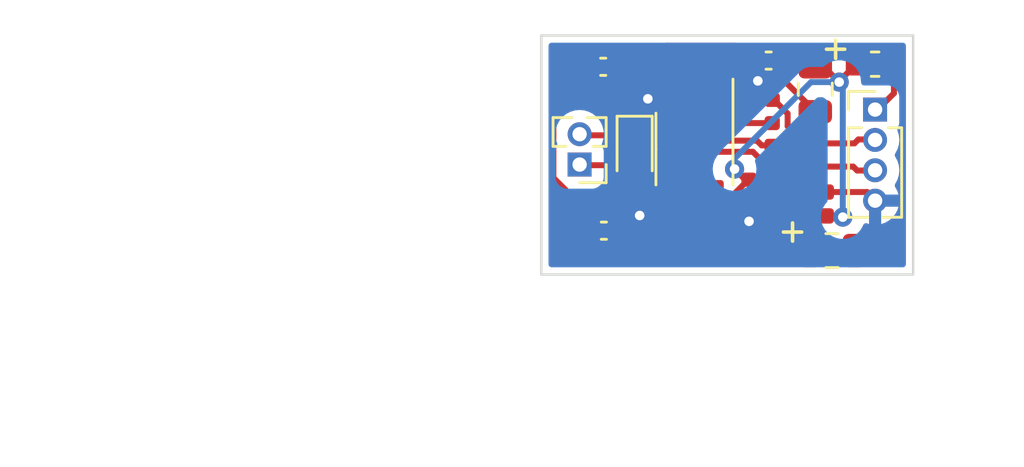
<source format=kicad_pcb>
(kicad_pcb (version 20240108) (generator "pcbnew") (generator_version "8.0")
  (title_block (comment 4 "AISLER Project ID: PYEEFINI"))
  (layers (0 "F.Cu" signal) (31 "B.Cu" signal) (34 "B.Paste" user) (35 "F.Paste" user) (36 "B.SilkS" user "B.Silkscreen") (37 "F.SilkS" user "F.Silkscreen") (38 "B.Mask" user) (39 "F.Mask" user) (44 "Edge.Cuts" user))
  (net 0 "")
  (net 1 "GND")
  (net 2 "Net-(U1A--)")
  (net 3 "VC")
  (net 4 "VCOM")
  (net 5 "Net-(C2-Pad2)")
  (net 6 "Net-(U1B--)")
  (net 7 "Net-(C5-Pad1)")
  (net 8 "+3V3")
  (net 9 "Net-(J2-Pin_2)")
  (net 10 "Net-(J2-Pin_3)")
  (net 11 "Net-(D1-A1)")
  (net 12 "Net-(D1-A2)")
  (footprint "Capacitor_SMD:C_0805_2012Metric" (layer "F.Cu") (at 119.8 79.7)
    (property "Reference" "C1" (hide yes))
    (property "Value" "47u" (hide yes))
    (fp_line (start -0.258578 -0.71) (end 0.258578 -0.71) (stroke (width 0.12)) (layer "F.SilkS"))
    (fp_line (start -0.258578 0.71) (end 0.258578 0.71) (stroke (width 0.12)) (layer "F.SilkS"))
    (pad "1" smd roundrect (at -0.9375 0) (size 0.975 1.4) (layers "F.Cu" "F.Paste" "F.Mask") (net 4 "VCOM"))
    (pad "2" smd roundrect (at 0.9375 0) (size 0.975 1.4) (layers "F.Cu" "F.Paste" "F.Mask") (net 1 "GND"))
  )
  (footprint "Capacitor_SMD:C_0402_1005Metric" (layer "F.Cu") (at 114.85 71.775)
    (property "Reference" "C2" (hide yes))
    (property "Value" "15p" (hide yes))
    (pad "1" smd roundrect (at -0.485 0) (size 0.59 0.64) (layers "F.Cu" "F.Paste" "F.Mask") (net 2 "Net-(U1A--)"))
    (pad "2" smd roundrect (at 0.485 0) (size 0.59 0.64) (layers "F.Cu" "F.Paste" "F.Mask") (net 5 "Net-(C2-Pad2)"))
  )
  (footprint "Capacitor_SMD:C_0805_2012Metric" (layer "F.Cu") (at 119.1 72.95 -90)
    (property "Reference" "C3" (hide yes))
    (property "Value" "47u" (hide yes))
    (fp_line (start -0.258578 0.71) (end 0.258578 0.71) (stroke (width 0.12)) (layer "F.SilkS"))
    (fp_line (start -0.258578 -0.71) (end 0.258578 -0.71) (stroke (width 0.12)) (layer "F.SilkS"))
    (pad "1" smd roundrect (at -0.9375 0 270) (size 0.975 1.4) (layers "F.Cu" "F.Paste" "F.Mask") (net 3 "VC"))
    (pad "2" smd roundrect (at 0.9375 0 270) (size 0.975 1.4) (layers "F.Cu" "F.Paste" "F.Mask") (net 1 "GND"))
  )
  (footprint "Capacitor_SMD:C_0402_1005Metric" (layer "F.Cu") (at 116.332 77.216 -90)
    (property "Reference" "C4" (hide yes))
    (property "Value" "0.1u" (hide yes))
    (pad "1" smd roundrect (at -0.485 0 270) (size 0.59 0.64) (layers "F.Cu" "F.Paste" "F.Mask") (net 3 "VC"))
    (pad "2" smd roundrect (at 0.485 0 270) (size 0.59 0.64) (layers "F.Cu" "F.Paste" "F.Mask") (net 1 "GND"))
  )
  (footprint "Capacitor_SMD:C_0402_1005Metric" (layer "F.Cu") (at 112.95 79.15)
    (property "Reference" "C5" (hide yes))
    (property "Value" "15p" (hide yes))
    (pad "1" smd roundrect (at -0.485 0) (size 0.59 0.64) (layers "F.Cu" "F.Paste" "F.Mask") (net 7 "Net-(C5-Pad1)"))
    (pad "2" smd roundrect (at 0.485 0) (size 0.59 0.64) (layers "F.Cu" "F.Paste" "F.Mask") (net 6 "Net-(U1B--)"))
  )
  (footprint "Connector_PinHeader_1.27mm:PinHeader_1x02_P1.27mm_Vertical" (layer "F.Cu") (at 109.25 76.1 180)
    (property "Reference" "J1")
    (property "Value" "Conn_01x02" (hide yes))
    (fp_line (start 1.11 0.76) (end 1.11 1.965) (stroke (width 0.12)) (layer "F.SilkS"))
    (fp_line (start 0.563471 0.76) (end 1.11 0.76) (stroke (width 0.12)) (layer "F.SilkS"))
    (fp_line (start 0.30753 1.965) (end 1.11 1.965) (stroke (width 0.12)) (layer "F.SilkS"))
    (fp_line (start -1.11 1.965) (end -0.30753 1.965) (stroke (width 0.12)) (layer "F.SilkS"))
    (fp_line (start -1.11 0.76) (end -0.563471 0.76) (stroke (width 0.12)) (layer "F.SilkS"))
    (fp_line (start -1.11 0.76) (end -1.11 1.965) (stroke (width 0.12)) (layer "F.SilkS"))
    (fp_line (start -1.11 0) (end -1.11 -0.76) (stroke (width 0.12)) (layer "F.SilkS"))
    (fp_line (start -1.11 -0.76) (end 0 -0.76) (stroke (width 0.12)) (layer "F.SilkS"))
    (pad "1" thru_hole rect (at 0 0 180) (size 1 1) (drill 0.6) (layers "*.Cu" "*.Mask") (net 12 "Net-(D1-A2)"))
    (pad "2" thru_hole oval (at 0 1.27 180) (size 1 1) (drill 0.6) (layers "*.Cu" "*.Mask") (net 11 "Net-(D1-A1)"))
  )
  (footprint "Connector_PinHeader_1.27mm:PinHeader_1x04_P1.27mm_Vertical" (layer "F.Cu") (at 121.6 73.8)
    (property "Reference" "J2" (hide yes))
    (property "Value" "Conn_01x04" (hide yes))
    (fp_line (start -1.11 -0.76) (end 0 -0.76) (stroke (width 0.12)) (layer "F.SilkS"))
    (fp_line (start -1.11 0) (end -1.11 -0.76) (stroke (width 0.12)) (layer "F.SilkS"))
    (fp_line (start -1.11 0.76) (end -1.11 4.505) (stroke (width 0.12)) (layer "F.SilkS"))
    (fp_line (start -1.11 0.76) (end -0.563471 0.76) (stroke (width 0.12)) (layer "F.SilkS"))
    (fp_line (start -1.11 4.505) (end -0.30753 4.505) (stroke (width 0.12)) (layer "F.SilkS"))
    (fp_line (start 0.30753 4.505) (end 1.11 4.505) (stroke (width 0.12)) (layer "F.SilkS"))
    (fp_line (start 0.563471 0.76) (end 1.11 0.76) (stroke (width 0.12)) (layer "F.SilkS"))
    (fp_line (start 1.11 0.76) (end 1.11 4.505) (stroke (width 0.12)) (layer "F.SilkS"))
    (pad "1" thru_hole rect (at 0 0) (size 1 1) (drill 0.6) (layers "*.Cu" "*.Mask") (net 8 "+3V3"))
    (pad "2" thru_hole oval (at 0 1.27) (size 1 1) (drill 0.6) (layers "*.Cu" "*.Mask") (net 9 "Net-(J2-Pin_2)"))
    (pad "3" thru_hole oval (at 0 2.54) (size 1 1) (drill 0.6) (layers "*.Cu" "*.Mask") (net 10 "Net-(J2-Pin_3)"))
    (pad "4" thru_hole oval (at 0 3.81) (size 1 1) (drill 0.6) (layers "*.Cu" "*.Mask") (net 1 "GND"))
  )
  (footprint "Inductor_SMD:L_0603_1608Metric" (layer "F.Cu") (at 121.6 71.9)
    (property "Reference" "L1" (hide yes))
    (property "Value" "600 Ohm" (hide yes))
    (fp_line (start -0.162779 -0.51) (end 0.162779 -0.51) (stroke (width 0.12)) (layer "F.SilkS"))
    (fp_line (start -0.162779 0.51) (end 0.162779 0.51) (stroke (width 0.12)) (layer "F.SilkS"))
    (pad "1" smd roundrect (at -0.7875 0) (size 0.875 0.95) (layers "F.Cu" "F.Paste" "F.Mask") (net 3 "VC"))
    (pad "2" smd roundrect (at 0.7875 0) (size 0.875 0.95) (layers "F.Cu" "F.Paste" "F.Mask") (net 8 "+3V3"))
  )
  (footprint "Resistor_SMD:R_0402_1005Metric" (layer "F.Cu") (at 110.2025 73.05 180)
    (property "Reference" "R1" (hide yes))
    (property "Value" "2M" (hide yes))
    (pad "1" smd roundrect (at -0.485 0 180) (size 0.59 0.64) (layers "F.Cu" "F.Paste" "F.Mask") (net 11 "Net-(D1-A1)"))
    (pad "2" smd roundrect (at 0.485 0 180) (size 0.59 0.64) (layers "F.Cu" "F.Paste" "F.Mask") (net 4 "VCOM"))
  )
  (footprint "Resistor_SMD:R_0402_1005Metric" (layer "F.Cu") (at 119.1 78.25 180)
    (property "Reference" "R2" (hide yes))
    (property "Value" "2M" (hide yes))
    (pad "1" smd roundrect (at -0.485 0 180) (size 0.59 0.64) (layers "F.Cu" "F.Paste" "F.Mask") (net 3 "VC"))
    (pad "2" smd roundrect (at 0.485 0 180) (size 0.59 0.64) (layers "F.Cu" "F.Paste" "F.Mask") (net 4 "VCOM"))
  )
  (footprint "Resistor_SMD:R_0402_1005Metric" (layer "F.Cu") (at 119.1 77.25)
    (property "Reference" "R3" (hide yes))
    (property "Value" "2M" (hide yes))
    (pad "1" smd roundrect (at -0.485 0) (size 0.59 0.64) (layers "F.Cu" "F.Paste" "F.Mask") (net 4 "VCOM"))
    (pad "2" smd roundrect (at 0.485 0) (size 0.59 0.64) (layers "F.Cu" "F.Paste" "F.Mask") (net 1 "GND"))
  )
  (footprint "Resistor_SMD:R_0402_1005Metric" (layer "F.Cu") (at 110.2775 77.825)
    (property "Reference" "R4" (hide yes))
    (property "Value" "2M" (hide yes))
    (pad "1" smd roundrect (at -0.485 0) (size 0.59 0.64) (layers "F.Cu" "F.Paste" "F.Mask") (net 4 "VCOM"))
    (pad "2" smd roundrect (at 0.485 0) (size 0.59 0.64) (layers "F.Cu" "F.Paste" "F.Mask") (net 12 "Net-(D1-A2)"))
  )
  (footprint "Resistor_SMD:R_0402_1005Metric" (layer "F.Cu") (at 117.3 75.8 -90)
    (property "Reference" "R5" (hide yes))
    (property "Value" "1k" (hide yes))
    (pad "1" smd roundrect (at -0.485 0 270) (size 0.59 0.64) (layers "F.Cu" "F.Paste" "F.Mask") (net 2 "Net-(U1A--)"))
    (pad "2" smd roundrect (at 0.485 0 270) (size 0.59 0.64) (layers "F.Cu" "F.Paste" "F.Mask") (net 6 "Net-(U1B--)"))
  )
  (footprint "Resistor_SMD:R_0402_1005Metric" (layer "F.Cu") (at 112.95 71.775 180)
    (property "Reference" "R6" (hide yes))
    (property "Value" "10k" (hide yes))
    (pad "1" smd roundrect (at -0.485 0 180) (size 0.59 0.64) (layers "F.Cu" "F.Paste" "F.Mask") (net 2 "Net-(U1A--)"))
    (pad "2" smd roundrect (at 0.485 0 180) (size 0.59 0.64) (layers "F.Cu" "F.Paste" "F.Mask") (net 9 "Net-(J2-Pin_2)"))
  )
  (footprint "Resistor_SMD:R_0402_1005Metric" (layer "F.Cu") (at 117.3 73.88 90)
    (property "Reference" "R7" (hide yes))
    (property "Value" "49R" (hide yes))
    (pad "1" smd roundrect (at -0.485 0 90) (size 0.59 0.64) (layers "F.Cu" "F.Paste" "F.Mask") (net 5 "Net-(C2-Pad2)"))
    (pad "2" smd roundrect (at 0.485 0 90) (size 0.59 0.64) (layers "F.Cu" "F.Paste" "F.Mask") (net 9 "Net-(J2-Pin_2)"))
  )
  (footprint "Resistor_SMD:R_0402_1005Metric" (layer "F.Cu") (at 114.85 79.15)
    (property "Reference" "R8" (hide yes))
    (property "Value" "49R" (hide yes))
    (pad "1" smd roundrect (at -0.485 0) (size 0.59 0.64) (layers "F.Cu" "F.Paste" "F.Mask") (net 7 "Net-(C5-Pad1)"))
    (pad "2" smd roundrect (at 0.485 0) (size 0.59 0.64) (layers "F.Cu" "F.Paste" "F.Mask") (net 10 "Net-(J2-Pin_3)"))
  )
  (footprint "Resistor_SMD:R_0402_1005Metric" (layer "F.Cu") (at 117.3 77.7 -90)
    (property "Reference" "R9" (hide yes))
    (property "Value" "10k" (hide yes))
    (pad "1" smd roundrect (at -0.485 0 270) (size 0.59 0.64) (layers "F.Cu" "F.Paste" "F.Mask") (net 6 "Net-(U1B--)"))
    (pad "2" smd roundrect (at 0.485 0 270) (size 0.59 0.64) (layers "F.Cu" "F.Paste" "F.Mask") (net 10 "Net-(J2-Pin_3)"))
  )
  (footprint "Capacitor_SMD:C_0402_1005Metric" (layer "F.Cu") (at 118.3 75.7 -90)
    (property "Reference" "C6" (hide yes))
    (property "Value" "2700p" (hide yes))
    (pad "1" smd roundrect (at -0.485 0 270) (size 0.59 0.64) (layers "F.Cu" "F.Paste" "F.Mask") (net 9 "Net-(J2-Pin_2)"))
    (pad "2" smd roundrect (at 0.485 0 270) (size 0.59 0.64) (layers "F.Cu" "F.Paste" "F.Mask") (net 10 "Net-(J2-Pin_3)"))
  )
  (footprint "Package_SO:MSOP-8_3x3mm_P0.65mm" (layer "F.Cu") (at 114.05 75.45 -90)
    (property "Reference" "U1")
    (property "Value" "AD8656" (hide yes))
    (fp_line (start 0 1.61) (end -1.5 1.61) (stroke (width 0.12)) (layer "F.SilkS"))
    (fp_line (start 0 1.61) (end 1.5 1.61) (stroke (width 0.12)) (layer "F.SilkS"))
    (fp_line (start 0 -1.61) (end -2.925 -1.61) (stroke (width 0.12)) (layer "F.SilkS"))
    (fp_line (start 0 -1.61) (end 1.5 -1.61) (stroke (width 0.12)) (layer "F.SilkS"))
    (pad "1" smd roundrect (at -2.1125 -0.975 270) (size 1.625 0.5) (layers "F.Cu" "F.Paste" "F.Mask") (net 5 "Net-(C2-Pad2)") (clearance 0.15))
    (pad "2" smd roundrect (at -2.1125 -0.325 270) (size 1.625 0.5) (layers "F.Cu" "F.Paste" "F.Mask") (net 2 "Net-(U1A--)") (clearance 0.15))
    (pad "3" smd roundrect (at -2.1125 0.325 270) (size 1.625 0.5) (layers "F.Cu" "F.Paste" "F.Mask") (net 11 "Net-(D1-A1)") (clearance 0.15))
    (pad "4" smd roundrect (at -2.1125 0.975 270) (size 1.625 0.5) (layers "F.Cu" "F.Paste" "F.Mask") (net 1 "GND") (clearance 0.15))
    (pad "5" smd roundrect (at 2.1125 0.975 270) (size 1.625 0.5) (layers "F.Cu" "F.Paste" "F.Mask") (net 12 "Net-(D1-A2)") (clearance 0.15))
    (pad "6" smd roundrect (at 2.1125 0.325 270) (size 1.625 0.5) (layers "F.Cu" "F.Paste" "F.Mask") (net 6 "Net-(U1B--)") (clearance 0.15))
    (pad "7" smd roundrect (at 2.1125 -0.325 270) (size 1.625 0.5) (layers "F.Cu" "F.Paste" "F.Mask") (net 7 "Net-(C5-Pad1)") (clearance 0.15))
    (pad "8" smd roundrect (at 2.1125 -0.975 270) (size 1.625 0.5) (layers "F.Cu" "F.Paste" "F.Mask") (net 3 "VC") (clearance 0.15))
  )
  (footprint "Diode_SMD:D_0603_1608Metric" (layer "F.Cu") (at 111.55 75.5625 -90)
    (property "Reference" "D1" (hide yes))
    (property "Value" "8231606A" (hide yes))
    (fp_line (start -1.485 0.735) (end 0.8 0.735) (stroke (width 0.12)) (layer "F.SilkS"))
    (fp_line (start -1.485 -0.735) (end -1.485 0.735) (stroke (width 0.12)) (layer "F.SilkS"))
    (fp_line (start 0.8 -0.735) (end -1.485 -0.735) (stroke (width 0.12)) (layer "F.SilkS"))
    (pad "1" smd roundrect (at -0.7875 0 270) (size 0.875 0.95) (layers "F.Cu" "F.Paste" "F.Mask") (net 11 "Net-(D1-A1)"))
    (pad "2" smd roundrect (at 0.7875 0 270) (size 0.875 0.95) (layers "F.Cu" "F.Paste" "F.Mask") (net 12 "Net-(D1-A2)"))
  )
  (footprint "Capacitor_SMD:C_0402_1005Metric" (layer "F.Cu") (at 117.15 71.75 180)
    (property "Reference" "C8" (hide yes))
    (property "Value" "0.1u" (hide yes))
    (fp_line (start -0.107836 0.36) (end 0.107836 0.36) (stroke (width 0.12)) (layer "F.SilkS"))
    (fp_line (start -0.107836 -0.36) (end 0.107836 -0.36) (stroke (width 0.12)) (layer "F.SilkS"))
    (pad "1" smd roundrect (at -0.48 0 180) (size 0.56 0.62) (layers "F.Cu" "F.Paste" "F.Mask") (net 3 "VC"))
    (pad "2" smd roundrect (at 0.48 0 180) (size 0.56 0.62) (layers "F.Cu" "F.Paste" "F.Mask") (net 1 "GND"))
  )
  (footprint "Capacitor_SMD:C_0402_1005Metric" (layer "F.Cu") (at 110.236 72.009)
    (property "Reference" "C9" (hide yes))
    (property "Value" "0.1u")
    (fp_line (start -0.107836 -0.36) (end 0.107836 -0.36) (stroke (width 0.12)) (layer "F.SilkS"))
    (fp_line (start -0.107836 0.36) (end 0.107836 0.36) (stroke (width 0.12)) (layer "F.SilkS"))
    (pad "1" smd roundrect (at -0.48 0) (size 0.56 0.62) (layers "F.Cu" "F.Paste" "F.Mask") (net 4 "VCOM"))
    (pad "2" smd roundrect (at 0.48 0) (size 0.56 0.62) (layers "F.Cu" "F.Paste" "F.Mask") (net 1 "GND"))
  )
  (footprint "Capacitor_SMD:C_0402_1005Metric" (layer "F.Cu") (at 110.264 78.867)
    (property "Reference" "C7" (hide yes))
    (property "Value" "0.1u" (hide yes))
    (fp_line (start -0.107836 -0.36) (end 0.107836 -0.36) (stroke (width 0.12)) (layer "F.SilkS"))
    (fp_line (start -0.107836 0.36) (end 0.107836 0.36) (stroke (width 0.12)) (layer "F.SilkS"))
    (pad "1" smd roundrect (at -0.48 0) (size 0.56 0.62) (layers "F.Cu" "F.Paste" "F.Mask") (net 4 "VCOM"))
    (pad "2" smd roundrect (at 0.48 0) (size 0.56 0.62) (layers "F.Cu" "F.Paste" "F.Mask") (net 1 "GND"))
  )
  (gr_line (start 107.65 70.7) (end 107.65 80.7) (stroke (width 0.1)) (layer "Edge.Cuts"))
  (gr_line (start 107.65 80.7) (end 123.19 80.7) (stroke (width 0.1)) (layer "Edge.Cuts"))
  (gr_line (start 123.19 70.7) (end 107.65 70.7) (stroke (width 0.1)) (layer "Edge.Cuts"))
  (gr_line (start 123.19 80.7) (end 123.19 70.7) (stroke (width 0.1)) (layer "Edge.Cuts"))
  (gr_text "+" (at 118.15 78.85 0) (layer "F.SilkS") (effects (font (size 1 1))))
  (gr_text "+" (at 119.95 71.2 0) (layer "F.SilkS") (effects (font (size 1 1))))
  (segment (start 116.67 71.75) (end 116.67 72.57) (width 0.25) (layer "F.Cu") (net 1))
  (segment (start 117.8125 72.6) (end 119.1 73.8875) (width 0.25) (layer "F.Cu") (net 1))
  (segment (start 111.125 78.867) (end 111.76 78.232) (width 0.25) (layer "F.Cu") (net 1))
  (segment (start 110.716 72.009) (end 110.7615 72.009) (width 0.25) (layer "F.Cu") (net 1))
  (segment (start 116.7 72.6) (end 117.8125 72.6) (width 0.25) (layer "F.Cu") (net 1))
  (segment (start 110.744 78.867) (end 111.125 78.867) (width 0.25) (layer "F.Cu") (net 1))
  (segment (start 113.0775 73.3875) (end 112.14 73.3875) (width 0.25) (layer "F.Cu") (net 1))
  (segment (start 116.67 72.57) (end 116.7 72.6) (width 0.25) (layer "F.Cu") (net 1))
  (segment (start 121.666 78.8215) (end 121.666 77.65) (width 0.25) (layer "F.Cu") (net 1))
  (segment (start 119.585 77.25) (end 121.266 77.25) (width 0.25) (layer "F.Cu") (net 1))
  (segment (start 120.7375 79.75) (end 121.666 78.8215) (width 0.25) (layer "F.Cu") (net 1))
  (segment (start 121.266 77.25) (end 121.666 77.65) (width 0.25) (layer "F.Cu") (net 1))
  (segment (start 112.14 73.3875) (end 112.1025 73.35) (width 0.25) (layer "F.Cu") (net 1))
  (segment (start 110.7615 72.009) (end 112.1025 73.35) (width 0.25) (layer "F.Cu") (net 1))
  (segment (start 116.332 77.701) (end 116.332 78.4755) (width 0.25) (layer "F.Cu") (net 1))
  (via (at 112.1025 73.35) (size 0.8) (drill 0.4) (layers "F.Cu" "B.Cu") (net 1))
  (via (at 111.76 78.232) (size 0.8) (drill 0.4) (layers "F.Cu" "B.Cu") (net 1))
  (via (at 116.7 72.6) (size 0.8) (drill 0.4) (layers "F.Cu" "B.Cu") (net 1))
  (via (at 116.332 78.4755) (size 0.8) (drill 0.4) (layers "F.Cu" "B.Cu") (net 1))
  (segment (start 113.435 71.775) (end 114.365 71.775) (width 0.25) (layer "F.Cu") (net 2))
  (segment (start 116.861701 75.3) (end 117.285 75.3) (width 0.25) (layer "F.Cu") (net 2))
  (segment (start 117.285 75.3) (end 117.3 75.315) (width 0.25) (layer "F.Cu") (net 2))
  (segment (start 116.661701 75.1) (end 116.861701 75.3) (width 0.25) (layer "F.Cu") (net 2))
  (segment (start 114.3775 74.3275) (end 115.15 75.1) (width 0.25) (layer "F.Cu") (net 2))
  (segment (start 115.15 75.1) (end 116.661701 75.1) (width 0.25) (layer "F.Cu") (net 2))
  (segment (start 114.365 71.775) (end 114.3775 71.7875) (width 0.25) (layer "F.Cu") (net 2))
  (segment (start 114.3775 71.7875) (end 114.3775 74.3275) (width 0.25) (layer "F.Cu") (net 2))
  (segment (start 119.4625 72.0125) (end 120.1 72.65) (width 0.25) (layer "F.Cu") (net 3))
  (segment (start 120.2 78.25) (end 120.25 78.3) (width 0.25) (layer "F.Cu") (net 3))
  (segment (start 116.332 76.731) (end 116.309 76.731) (width 0.25) (layer "F.Cu") (net 3))
  (segment (start 116.309 76.731) (end 115.4775 77.5625) (width 0.25) (layer "F.Cu") (net 3))
  (segment (start 116.16775 76.731) (end 116.332 76.731) (width 0.25) (layer "F.Cu") (net 3))
  (segment (start 120.1 72.65) (end 120.1 72.6125) (width 0.25) (layer "F.Cu") (net 3))
  (segment (start 119.1 72.0125) (end 119.4625 72.0125) (width 0.25) (layer "F.Cu") (net 3))
  (segment (start 119.585 78.25) (end 120.2 78.25) (width 0.25) (layer "F.Cu") (net 3))
  (segment (start 117.63 71.75) (end 118.8375 71.75) (width 0.25) (layer "F.Cu") (net 3))
  (segment (start 115.4775 77.5625) (end 115.025 77.5625) (width 0.25) (layer "F.Cu") (net 3))
  (segment (start 120.1 72.6125) (end 120.8125 71.9) (width 0.25) (layer "F.Cu") (net 3))
  (segment (start 118.8375 71.75) (end 119.1 72.0125) (width 0.25) (layer "F.Cu") (net 3))
  (segment (start 115.72625 76.2895) (end 116.16775 76.731) (width 0.25) (layer "F.Cu") (net 3))
  (via (at 120.1 72.65) (size 0.8) (drill 0.4) (layers "F.Cu" "B.Cu") (net 3))
  (via (at 120.25 78.3) (size 0.8) (drill 0.4) (layers "F.Cu" "B.Cu") (net 3))
  (via (at 115.72625 76.2895) (size 0.8) (drill 0.4) (layers "F.Cu" "B.Cu") (net 3))
  (segment (start 120.25 78.3) (end 120.25 72.8) (width 0.25) (layer "B.Cu") (net 3))
  (segment (start 115.72625 75.84825) (end 118.9245 72.65) (width 0.25) (layer "B.Cu") (net 3))
  (segment (start 115.72625 76.2895) (end 115.72625 75.84825) (width 0.25) (layer "B.Cu") (net 3))
  (segment (start 120.25 72.8) (end 120.1 72.65) (width 0.25) (layer "B.Cu") (net 3))
  (segment (start 118.9245 72.65) (end 120.1 72.65) (width 0.25) (layer "B.Cu") (net 3))
  (segment (start 118.8625 78.4975) (end 118.615 78.25) (width 0.25) (layer "F.Cu") (net 4))
  (segment (start 109.784 77.8335) (end 109.7925 77.825) (width 0.25) (layer "F.Cu") (net 4))
  (segment (start 109.7175 73.05) (end 109.7175 72.0475) (width 0.25) (layer "F.Cu") (net 4))
  (segment (start 108.1525 76.6525) (end 109.325 77.825) (width 0.25) (layer "F.Cu") (net 4))
  (segment (start 118.8625 79.75) (end 118.8625 78.4975) (width 0.25) (layer "F.Cu") (net 4))
  (segment (start 118.3175 80.245) (end 118.8625 79.7) (width 0.25) (layer "F.Cu") (net 4))
  (segment (start 109.3 73.05) (end 108.1525 74.1975) (width 0.25) (layer "F.Cu") (net 4))
  (segment (start 111.15051 80.245) (end 118.3175 80.245) (width 0.25) (layer "F.Cu") (net 4))
  (segment (start 109.784 78.87849) (end 111.15051 80.245) (width 0.25) (layer "F.Cu") (net 4))
  (segment (start 118.615 78.25) (end 118.615 77.25) (width 0.25) (layer "F.Cu") (net 4))
  (segment (start 108.1525 74.1975) (end 108.1525 76.6525) (width 0.25) (layer "F.Cu") (net 4))
  (segment (start 109.7175 73.05) (end 109.3 73.05) (width 0.25) (layer "F.Cu") (net 4))
  (segment (start 109.784 78.867) (end 109.784 77.8335) (width 0.25) (layer "F.Cu") (net 4))
  (segment (start 109.7925 77.825) (end 109.7925 78.00875) (width 0.25) (layer "F.Cu") (net 4))
  (segment (start 109.784 78.867) (end 109.784 78.87849) (width 0.25) (layer "F.Cu") (net 4))
  (segment (start 109.325 77.825) (end 109.7925 77.825) (width 0.25) (layer "F.Cu") (net 4))
  (segment (start 109.7175 72.0475) (end 109.756 72.009) (width 0.25) (layer "F.Cu") (net 4))
  (segment (start 115.335 74.085) (end 115.335 71.775) (width 0.25) (layer "F.Cu") (net 5))
  (segment (start 115.615 74.365) (end 115.335 74.085) (width 0.25) (layer "F.Cu") (net 5))
  (segment (start 117.45 74.365) (end 115.615 74.365) (width 0.25) (layer "F.Cu") (net 5))
  (segment (start 117.3 77.215) (end 117.3 76.285) (width 0.25) (layer "F.Cu") (net 6))
  (segment (start 116.490305 75.565) (end 117.210305 76.285) (width 0.25) (layer "F.Cu") (net 6))
  (segment (start 113.435 79.2) (end 113.7275 78.9075) (width 0.25) (layer "F.Cu") (net 6))
  (segment (start 113.7275 78.9075) (end 113.7275 76.45) (width 0.25) (layer "F.Cu") (net 6))
  (segment (start 114.6125 75.565) (end 116.490305 75.565) (width 0.25) (layer "F.Cu") (net 6))
  (segment (start 117.210305 76.285) (end 117.3 76.285) (width 0.25) (layer "F.Cu") (net 6))
  (segment (start 113.7275 76.45) (end 114.6125 75.565) (width 0.25) (layer "F.Cu") (net 6))
  (segment (start 112.465 79.294804) (end 112.965196 79.795) (width 0.25) (layer "F.Cu") (net 7))
  (segment (start 112.965196 79.795) (end 113.9575 79.795) (width 0.25) (layer "F.Cu") (net 7))
  (segment (start 113.9575 79.795) (end 114.3775 79.375) (width 0.25) (layer "F.Cu") (net 7))
  (segment (start 112.465 79.2) (end 112.465 79.294804) (width 0.25) (layer "F.Cu") (net 7))
  (segment (start 114.3775 79.375) (end 114.3775 77.6125) (width 0.25) (layer "F.Cu") (net 7))
  (segment (start 122.3875 71.9) (end 122.3875 73.1185) (width 0.25) (layer "F.Cu") (net 8))
  (segment (start 122.3875 73.1185) (end 121.666 73.84) (width 0.25) (layer "F.Cu") (net 8))
  (segment (start 118.3 75.215) (end 120.735 75.215) (width 0.25) (layer "F.Cu") (net 9))
  (segment (start 117.945 74.495) (end 117.945 73.967696) (width 0.25) (layer "F.Cu") (net 9))
  (segment (start 116.469695 73.395) (end 117.45 73.395) (width 0.25) (layer "F.Cu") (net 9))
  (segment (start 120.9 75.05) (end 121.606 75.05) (width 0.25) (layer "F.Cu") (net 9))
  (segment (start 117.372304 73.395) (end 117.3 73.395) (width 0.25) (layer "F.Cu") (net 9))
  (segment (start 120.735 75.215) (end 120.9 75.05) (width 0.25) (layer "F.Cu") (net 9))
  (segment (start 118.3 75.215) (end 118.3 74.85) (width 0.25) (layer "F.Cu") (net 9))
  (segment (start 115.975 71.375) (end 115.975 72.900305) (width 0.25) (layer "F.Cu") (net 9))
  (segment (start 112.887696 71.13) (end 115.73 71.13) (width 0.25) (layer "F.Cu") (net 9))
  (segment (start 115.73 71.13) (end 115.975 71.375) (width 0.25) (layer "F.Cu") (net 9))
  (segment (start 112.465 71.552696) (end 112.887696 71.13) (width 0.25) (layer "F.Cu") (net 9))
  (segment (start 115.975 72.900305) (end 116.469695 73.395) (width 0.25) (layer "F.Cu") (net 9))
  (segment (start 118.3 74.85) (end 117.945 74.495) (width 0.25) (layer "F.Cu") (net 9))
  (segment (start 112.465 71.775) (end 112.465 71.552696) (width 0.25) (layer "F.Cu") (net 9))
  (segment (start 117.945 73.967696) (end 117.372304 73.395) (width 0.25) (layer "F.Cu") (net 9))
  (segment (start 120.85 76.35) (end 121.636 76.35) (width 0.25) (layer "F.Cu") (net 10))
  (segment (start 117.45 78.638) (end 117.45 78.25) (width 0.25) (layer "F.Cu") (net 10))
  (segment (start 116.888 79.2) (end 117.45 78.638) (width 0.25) (layer "F.Cu") (net 10))
  (segment (start 120.685 76.185) (end 120.85 76.35) (width 0.25) (layer "F.Cu") (net 10))
  (segment (start 117.945 77.655) (end 117.415 78.185) (width 0.25) (layer "F.Cu") (net 10))
  (segment (start 118.3 76.5) (end 117.945 76.855) (width 0.25) (layer "F.Cu") (net 10))
  (segment (start 117.945 76.855) (end 117.945 77.655) (width 0.25) (layer "F.Cu") (net 10))
  (segment (start 117.415 78.185) (end 117.3 78.185) (width 0.25) (layer "F.Cu") (net 10))
  (segment (start 115.335 79.2) (end 116.888 79.2) (width 0.25) (layer "F.Cu") (net 10))
  (segment (start 118.3 76.185) (end 120.685 76.185) (width 0.25) (layer "F.Cu") (net 10))
  (segment (start 118.3 76.185) (end 118.3 76.5) (width 0.25) (layer "F.Cu") (net 10))
  (segment (start 111.377 74.2245) (end 111.377 74.768) (width 0.25) (layer "F.Cu") (net 11))
  (segment (start 110.6875 73.535) (end 111.377 74.2245) (width 0.25) (layer "F.Cu") (net 11))
  (segment (start 110.6875 73.05) (end 110.6875 73.535) (width 0.25) (layer "F.Cu") (net 11))
  (segment (start 113.4095 74.768) (end 113.7275 74.45) (width 0.25) (layer "F.Cu") (net 11))
  (segment (start 111.377 74.768) (end 113.4095 74.768) (width 0.25) (layer "F.Cu") (net 11))
  (segment (start 108.9005 74.877) (end 111.359 74.877) (width 0.25) (layer "F.Cu") (net 11))
  (segment (start 113.7275 74.45) (end 113.7275 73.3875) (width 0.25) (layer "F.Cu") (net 11))
  (segment (start 111.377 76.343) (end 112.4205 76.343) (width 0.25) (layer "F.Cu") (net 12))
  (segment (start 108.9005 76.127) (end 111.327 76.127) (width 0.25) (layer "F.Cu") (net 12))
  (segment (start 113.0775 77) (end 113.0775 77.6125) (width 0.25) (layer "F.Cu") (net 12))
  (segment (start 111.55 76.35) (end 111.43 76.47) (width 0.25) (layer "F.Cu") (net 12))
  (segment (start 110.7625 77.74) (end 111.377 77.1255) (width 0.25) (layer "F.Cu") (net 12))
  (segment (start 111.327 76.127) (end 111.55 76.35) (width 0.25) (layer "F.Cu") (net 12))
  (segment (start 110.7625 77.825) (end 110.7625 77.74) (width 0.25) (layer "F.Cu") (net 12))
  (segment (start 111.377 77.1255) (end 111.377 76.343) (width 0.25) (layer "F.Cu") (net 12))
  (segment (start 111.43 76.47) (end 111.377 76.47) (width 0.25) (layer "F.Cu") (net 12))
  (segment (start 112.4205 76.343) (end 113.0775 77) (width 0.25) (layer "F.Cu") (net 12))
  (zone (net 1) (net_name "GND") (layer "B.Cu") (connect_pads (clearance 0.508)) (min_thickness 0.254) (fill yes (thermal_gap 0.508) (thermal_bridge_width 0.508))
    (polygon (pts (xy 127.8255 81.8515) (xy 103.886 81.8515) (xy 103.886 69.215) (xy 127.8255 69.215)))
  )
)
</source>
